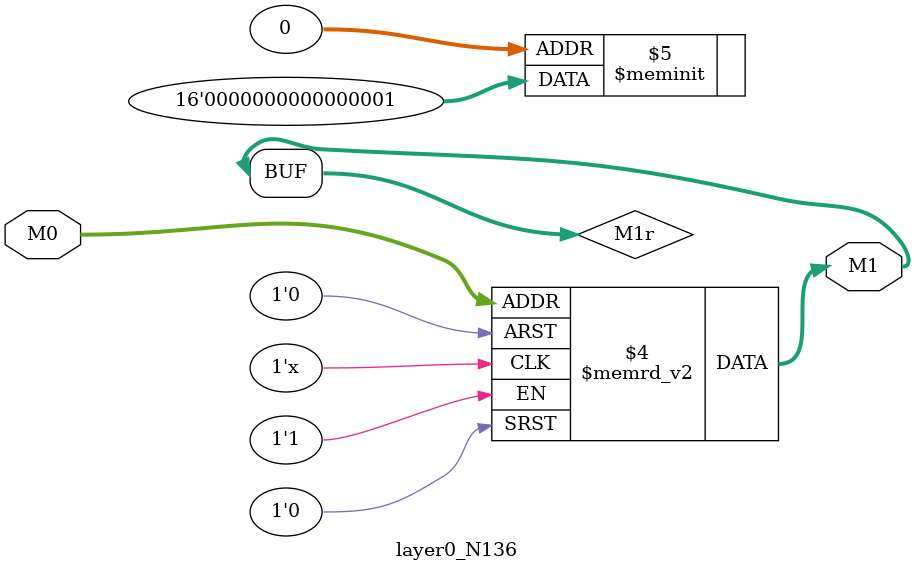
<source format=v>
module layer0_N136 ( input [2:0] M0, output [1:0] M1 );

	(*rom_style = "distributed" *) reg [1:0] M1r;
	assign M1 = M1r;
	always @ (M0) begin
		case (M0)
			3'b000: M1r = 2'b01;
			3'b100: M1r = 2'b00;
			3'b010: M1r = 2'b00;
			3'b110: M1r = 2'b00;
			3'b001: M1r = 2'b00;
			3'b101: M1r = 2'b00;
			3'b011: M1r = 2'b00;
			3'b111: M1r = 2'b00;

		endcase
	end
endmodule

</source>
